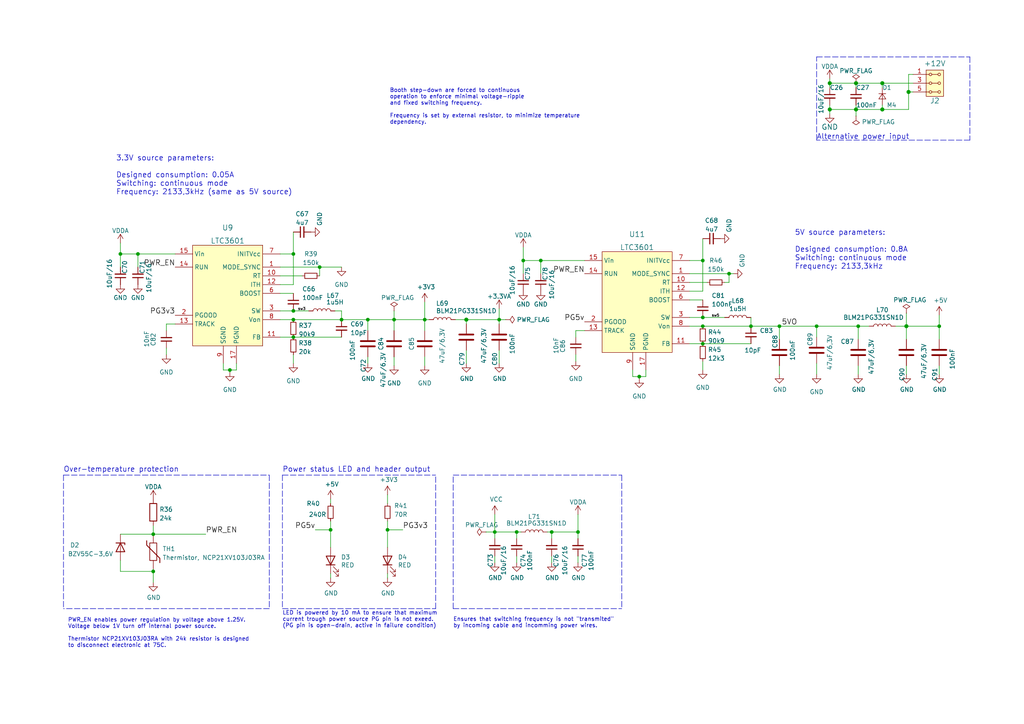
<source format=kicad_sch>
(kicad_sch (version 20211123) (generator eeschema)
  (paper "A4")
  (title_block (title "QFHMIX01E") (date "2022-07-31") (comment 2 "Frontend for QFH active antenna"))
  (lib_symbols
    (symbol "Device:C" (pin_numbers hide) (pin_names (offset 0.254))
      (property "Reference" "C" (at 0.635 2.54 0))
      (property "Value" "C" (at 0.635 -2.54 0))
      (symbol "C_0_1"
        (polyline (pts (xy -2.032 -0.762) (xy 2.032 -0.762)) (stroke (width 0.508)))
        (polyline (pts (xy -2.032 0.762) (xy 2.032 0.762)) (stroke (width 0.508)))
      )
      (symbol "C_1_1"
        (pin passive line (at 0 3.81 270) (length 2.794) (name "~") (number "1"))
        (pin passive line (at 0 -3.81 90) (length 2.794) (name "~") (number "2"))
      )
    )
    (symbol "Device:C_Small" (pin_numbers hide) (pin_names (offset 0.254) hide)
      (property "Reference" "C" (at 0.254 1.778 0))
      (property "Value" "C_Small" (at 0.254 -2.032 0))
      (symbol "C_Small_0_1"
        (polyline (pts (xy -1.524 -0.508) (xy 1.524 -0.508)) (stroke (width 0.3302)))
        (polyline (pts (xy -1.524 0.508) (xy 1.524 0.508)) (stroke (width 0.3048)))
      )
      (symbol "C_Small_1_1"
        (pin passive line (at 0 2.54 270) (length 2.032) (name "~") (number "1"))
        (pin passive line (at 0 -2.54 90) (length 2.032) (name "~") (number "2"))
      )
    )
    (symbol "Device:D_Zener" (pin_numbers hide) (pin_names (offset 1.016) hide)
      (property "Reference" "D" (at 0 2.54 0))
      (property "Value" "D_Zener" (at 0 -2.54 0))
      (symbol "D_Zener_0_1"
        (polyline (pts (xy 1.27 0) (xy -1.27 0)))
        (polyline (pts (xy -1.27 -1.27) (xy -1.27 1.27) (xy -0.762 1.27)) (stroke (width 0.254)))
        (polyline (pts (xy 1.27 -1.27) (xy 1.27 1.27) (xy -1.27 0) (xy 1.27 -1.27)) (stroke (width 0.254)))
      )
      (symbol "D_Zener_1_1"
        (pin passive line (at -3.81 0 0) (length 2.54) (name "K") (number "1"))
        (pin passive line (at 3.81 0 180) (length 2.54) (name "A") (number "2"))
      )
    )
    (symbol "Device:L" (pin_numbers hide) (pin_names hide)
      (property "Reference" "L" (at -1.27 0 90))
      (property "Value" "L" (at 1.905 0 90))
      (symbol "L_0_1"
        (arc (start 0 -2.54) (mid 0.635 -1.905) (end 0 -1.27))
        (arc (start 0 -1.27) (mid 0.635 -0.635) (end 0 0))
        (arc (start 0 0) (mid 0.635 0.635) (end 0 1.27))
        (arc (start 0 1.27) (mid 0.635 1.905) (end 0 2.54))
      )
      (symbol "L_1_1"
        (pin passive line (at 0 3.81 270) (length 1.27) (name "1") (number "1"))
        (pin passive line (at 0 -3.81 90) (length 1.27) (name "2") (number "2"))
      )
    )
    (symbol "Device:LED" (pin_numbers hide) (pin_names hide)
      (property "Reference" "D" (at 0 2.54 0))
      (property "Value" "LED" (at 0 -2.54 0))
      (symbol "LED_0_1"
        (polyline (pts (xy -1.27 -1.27) (xy -1.27 1.27)) (stroke (width 0.254)))
        (polyline (pts (xy -1.27 0) (xy 1.27 0)))
        (polyline (pts (xy 1.27 -1.27) (xy 1.27 1.27) (xy -1.27 0) (xy 1.27 -1.27)) (stroke (width 0.254)))
        (polyline (pts (xy -3.048 -0.762) (xy -4.572 -2.286) (xy -3.81 -2.286) (xy -4.572 -2.286) (xy -4.572 -1.524)))
        (polyline (pts (xy -1.778 -0.762) (xy -3.302 -2.286) (xy -2.54 -2.286) (xy -3.302 -2.286) (xy -3.302 -1.524)))
      )
      (symbol "LED_1_1"
        (pin passive line (at -3.81 0 0) (length 2.54) (name "K") (number "1"))
        (pin passive line (at 3.81 0 180) (length 2.54) (name "A") (number "2"))
      )
    )
    (symbol "Device:R" (pin_numbers hide) (pin_names (offset 0))
      (property "Reference" "R" (at 2.032 0 90))
      (property "Value" "R" (at 0 0 90))
      (symbol "R_0_1"
        (rectangle (start -1.016 -2.54) (end 1.016 2.54) (stroke (width 0.254)))
      )
      (symbol "R_1_1"
        (pin passive line (at 0 3.81 270) (length 1.27) (name "~") (number "1"))
        (pin passive line (at 0 -3.81 90) (length 1.27) (name "~") (number "2"))
      )
    )
    (symbol "Device:R_Small" (pin_numbers hide) (pin_names (offset 0.254) hide)
      (property "Reference" "R" (at 0.762 0.508 0))
      (property "Value" "R_Small" (at 0.762 -1.016 0))
      (symbol "R_Small_0_1"
        (rectangle (start -0.762 1.778) (end 0.762 -1.778) (stroke (width 0.2032)))
      )
      (symbol "R_Small_1_1"
        (pin passive line (at 0 2.54 270) (length 0.762) (name "~") (number "1"))
        (pin passive line (at 0 -2.54 90) (length 0.762) (name "~") (number "2"))
      )
    )
    (symbol "Device:Thermistor" (pin_numbers hide) (pin_names (offset 0))
      (property "Reference" "TH" (at 2.54 1.27 90))
      (property "Value" "Thermistor" (at -2.54 0 90))
      (symbol "Thermistor_0_1"
        (rectangle (start -1.016 2.54) (end 1.016 -2.54) (stroke (width 0.2032)))
        (polyline (pts (xy -1.905 3.175) (xy -1.905 1.905) (xy 1.905 -1.905) (xy 1.905 -3.175) (xy 1.905 -3.175)) (stroke (width 0.254)))
      )
      (symbol "Thermistor_1_1"
        (pin passive line (at 0 5.08 270) (length 2.54) (name "~") (number "1"))
        (pin passive line (at 0 -5.08 90) (length 2.54) (name "~") (number "2"))
      )
    )
    (symbol "MLAB_IO:LTC3601"
      (property "Reference" "U" (at -5.08 22.86 0))
      (property "Value" "LTC3601" (at 7.62 22.86 0))
      (symbol "LTC3601_0_0"
        (pin unspecified line (at -12.7 15.24 0) (length 5.08) (name "RUN") (number "14"))
        (pin unspecified line (at -12.7 19.05 0) (length 5.08) (name "Vin") (number "15"))
        (pin unspecified line (at -12.7 19.05 0) (length 5.08) hide (name "Vin") (number "16"))
        (pin unspecified line (at 5.08 -12.7 90) (length 5.08) (name "PGND") (number "17"))
      )
      (symbol "LTC3601_0_1"
        (rectangle (start -7.62 21.59) (end 12.7 -7.62) (fill (type background)))
      )
      (symbol "LTC3601_1_1"
        (pin unspecified line (at 17.78 15.24 180) (length 5.08) (name "MODE_SYNC") (number "1"))
        (pin unspecified line (at 17.78 12.7 180) (length 5.08) (name "RT") (number "10"))
        (pin unspecified line (at 17.78 -5.08 180) (length 5.08) (name "FB") (number "11"))
        (pin unspecified line (at 17.78 10.16 180) (length 5.08) (name "ITH") (number "12"))
        (pin unspecified line (at -12.7 -1.27 0) (length 5.08) (name "TRACK") (number "13"))
        (pin unspecified line (at -12.7 1.27 0) (length 5.08) (name "PGOOD") (number "2"))
        (pin unspecified line (at 17.78 2.54 180) (length 5.08) (name "SW") (number "3"))
        (pin unspecified line (at 17.78 2.54 180) (length 5.08) hide (name "SW") (number "4"))
        (pin unspecified line (at 17.78 7.62 180) (length 5.08) (name "BOOST") (number "6"))
        (pin unspecified line (at 17.78 19.05 180) (length 5.08) (name "INITVcc") (number "7"))
        (pin unspecified line (at 17.78 0 180) (length 5.08) (name "Von") (number "8"))
        (pin unspecified line (at 1.27 -12.7 90) (length 5.08) (name "SGND") (number "9"))
      )
    )
    (symbol "Power_symbols:VDDA" (power) (pin_names (offset 0))
      (property "Value" "VDDA" (at 0 3.81 0))
      (symbol "VDDA_0_1"
        (polyline (pts (xy -0.762 1.27) (xy 0 2.54)))
        (polyline (pts (xy 0 0) (xy 0 2.54)))
        (polyline (pts (xy 0 2.54) (xy 0.762 1.27)))
      )
      (symbol "VDDA_1_1"
        (pin power_in line (at 0 0 90) (length 0) hide (name "VDDA") (number "1"))
      )
    )
    (symbol "QFHMIX01C-rescue:+3V3-power-QFHMIX01B-rescue" (power) (pin_names (offset 0))
      (property "Value" "+3V3-power-QFHMIX01B-rescue" (at 0 3.556 0))
      (symbol "+3V3-power-QFHMIX01B-rescue_0_1"
        (polyline (pts (xy -0.762 1.27) (xy 0 2.54)))
        (polyline (pts (xy 0 0) (xy 0 2.54)))
        (polyline (pts (xy 0 2.54) (xy 0.762 1.27)))
      )
      (symbol "+3V3-power-QFHMIX01B-rescue_1_1"
        (pin power_in line (at 0 0 90) (length 0) hide (name "+3V3") (number "1"))
      )
    )
    (symbol "QFHMIX01C-rescue:C_Small-device-QFHMIX01B-rescue" (pin_numbers hide) (pin_names (offset 0.254) hide)
      (property "Reference" "C" (at 0.254 1.778 0))
      (property "Value" "C_Small-device-QFHMIX01B-rescue" (at 0.254 -2.032 0))
      (symbol "C_Small-device-QFHMIX01B-rescue_0_1"
        (polyline (pts (xy -1.524 -0.508) (xy 1.524 -0.508)) (stroke (width 0.3302)))
        (polyline (pts (xy -1.524 0.508) (xy 1.524 0.508)) (stroke (width 0.3048)))
      )
      (symbol "C_Small-device-QFHMIX01B-rescue_1_1"
        (pin passive line (at 0 2.54 270) (length 2.032) (name "~") (number "1"))
        (pin passive line (at 0 -2.54 90) (length 2.032) (name "~") (number "2"))
      )
    )
    (symbol "QFHMIX01C-rescue:D_Small-device-QFHMIX01B-rescue" (pin_numbers hide) (pin_names (offset 0.254) hide)
      (property "Reference" "D" (at -1.27 2.032 0))
      (property "Value" "D_Small-device-QFHMIX01B-rescue" (at -3.81 -2.032 0))
      (symbol "D_Small-device-QFHMIX01B-rescue_0_1"
        (polyline (pts (xy -0.762 -1.016) (xy -0.762 1.016)))
        (polyline (pts (xy -0.762 0) (xy 0.762 0)))
        (polyline (pts (xy 0.762 -1.016) (xy -0.762 0) (xy 0.762 1.016) (xy 0.762 -1.016)))
      )
      (symbol "D_Small-device-QFHMIX01B-rescue_1_1"
        (pin passive line (at -2.54 0 0) (length 1.778) (name "K") (number "1"))
        (pin passive line (at 2.54 0 180) (length 1.778) (name "A") (number "2"))
      )
    )
    (symbol "QFHMIX01C-rescue:GND-power-QFHMIX01B-rescue" (power) (pin_names (offset 0))
      (property "Value" "GND-power-QFHMIX01B-rescue" (at 0 -3.81 0))
      (symbol "GND-power-QFHMIX01B-rescue_0_1"
        (polyline (pts (xy 0 0) (xy 0 -1.27) (xy 1.27 -1.27) (xy 0 -2.54) (xy -1.27 -1.27) (xy 0 -1.27)))
      )
      (symbol "GND-power-QFHMIX01B-rescue_1_1"
        (pin power_in line (at 0 0 270) (length 0) hide (name "GND") (number "1"))
      )
    )
    (symbol "QFHMIX01C-rescue:HEADER_2x03_PARALLEL-MLAB_HEADER"
      (property "Reference" "J" (at 0 -5.08 0))
      (property "Value" "HEADER_2x03_PARALLEL-MLAB_HEADER" (at 0 5.08 0))
      (symbol "HEADER_2x03_PARALLEL-MLAB_HEADER_0_1"
        (rectangle (start -2.54 3.81) (end 2.54 -3.81) (fill (type background)))
        (circle (center -1.27 -2.54) (radius 0.381))
        (circle (center -1.27 0) (radius 0.381))
        (circle (center -1.27 2.54) (radius 0.381))
        (polyline (pts (xy -1.651 -2.54) (xy -2.54 -2.54)))
        (polyline (pts (xy -1.651 0) (xy -2.54 0)))
        (polyline (pts (xy -1.651 2.54) (xy -2.54 2.54)))
        (polyline (pts (xy -0.889 -2.54) (xy 0.889 -2.54)))
        (polyline (pts (xy -0.889 0) (xy 0.889 0)))
        (polyline (pts (xy -0.889 2.54) (xy 0.889 2.54)))
        (circle (center 1.27 -2.54) (radius 0.381))
        (circle (center 1.27 0) (radius 0.381))
        (circle (center 1.27 2.54) (radius 0.381))
      )
      (symbol "HEADER_2x03_PARALLEL-MLAB_HEADER_1_1"
        (pin input line (at -6.35 2.54 0) (length 3.81) (name "~") (number "1"))
        (pin input line (at -6.35 2.54 0) (length 3.81) hide (name "~") (number "2"))
        (pin input line (at -6.35 0 0) (length 3.81) (name "~") (number "3"))
        (pin input line (at -6.35 0 0) (length 3.81) hide (name "~") (number "4"))
        (pin input line (at -6.35 -2.54 0) (length 3.81) (name "~") (number "5"))
        (pin input line (at -6.35 -2.54 0) (length 3.81) hide (name "~") (number "6"))
      )
    )
    (symbol "power:+3.3VA" (power) (pin_names (offset 0))
      (property "Value" "+3.3VA" (at 0 3.556 0))
      (symbol "+3.3VA_0_1"
        (polyline (pts (xy -0.762 1.27) (xy 0 2.54)))
        (polyline (pts (xy 0 0) (xy 0 2.54)))
        (polyline (pts (xy 0 2.54) (xy 0.762 1.27)))
      )
      (symbol "+3.3VA_1_1"
        (pin power_in line (at 0 0 90) (length 0) hide (name "+3.3VA") (number "1"))
      )
    )
    (symbol "power:+5V" (power) (pin_names (offset 0))
      (property "Value" "+5V" (at 0 3.556 0))
      (symbol "+5V_0_1"
        (polyline (pts (xy -0.762 1.27) (xy 0 2.54)))
        (polyline (pts (xy 0 0) (xy 0 2.54)))
        (polyline (pts (xy 0 2.54) (xy 0.762 1.27)))
      )
      (symbol "+5V_1_1"
        (pin power_in line (at 0 0 90) (length 0) hide (name "+5V") (number "1"))
      )
    )
    (symbol "power:GND" (power) (pin_names (offset 0))
      (property "Value" "GND" (at 0 -3.81 0))
      (symbol "GND_0_1"
        (polyline (pts (xy 0 0) (xy 0 -1.27) (xy 1.27 -1.27) (xy 0 -2.54) (xy -1.27 -1.27) (xy 0 -1.27)))
      )
      (symbol "GND_1_1"
        (pin power_in line (at 0 0 270) (length 0) hide (name "GND") (number "1"))
      )
    )
    (symbol "power:PWR_FLAG" (power) (pin_numbers hide) (pin_names (offset 0) hide)
      (property "Value" "PWR_FLAG" (at 0 3.81 0))
      (symbol "PWR_FLAG_0_0"
        (pin power_out line (at 0 0 90) (length 0) (name "pwr") (number "1"))
      )
      (symbol "PWR_FLAG_0_1"
        (polyline (pts (xy 0 0) (xy 0 1.27) (xy -1.016 1.905) (xy 0 2.54) (xy 1.016 1.905) (xy 0 1.27)))
      )
    )
    (symbol "power:VCC" (power) (pin_names (offset 0))
      (property "Value" "VCC" (at 0 3.81 0))
      (symbol "VCC_0_1"
        (polyline (pts (xy -0.762 1.27) (xy 0 2.54)))
        (polyline (pts (xy 0 0) (xy 0 2.54)))
        (polyline (pts (xy 0 2.54) (xy 0.762 1.27)))
      )
      (symbol "VCC_1_1"
        (pin power_in line (at 0 0 90) (length 0) hide (name "VCC") (number "1"))
      )
    )
  )
  (junction (at 236.855 94.615))
  (junction (at 156.845 75.565))
  (junction (at 203.835 75.565))
  (junction (at 40.005 73.66))
  (junction (at 44.45 154.94))
  (junction (at 144.78 92.71))
  (junction (at 160.02 154.305))
  (junction (at 248.285 31.75) (diameter 1.016))
  (junction (at 272.415 94.615))
  (junction (at 217.805 94.615))
  (junction (at 203.835 99.695))
  (junction (at 149.86 154.305))
  (junction (at 34.925 73.66))
  (junction (at 203.835 92.075))
  (junction (at 203.835 94.615))
  (junction (at 106.68 92.71))
  (junction (at 92.71 77.47))
  (junction (at 263.525 26.67) (diameter 1.016))
  (junction (at 185.42 109.22))
  (junction (at 211.455 79.375))
  (junction (at 240.665 31.75) (diameter 1.016))
  (junction (at 85.09 92.71))
  (junction (at 85.09 90.17))
  (junction (at 255.905 24.13) (diameter 1.016))
  (junction (at 226.06 94.615))
  (junction (at 66.675 107.315))
  (junction (at 85.09 73.66))
  (junction (at 143.51 154.305))
  (junction (at 85.09 97.79))
  (junction (at 114.3 92.71))
  (junction (at 255.905 31.75) (diameter 1.016))
  (junction (at 248.92 94.615))
  (junction (at 112.395 153.67))
  (junction (at 167.64 154.305))
  (junction (at 135.255 92.71) (diameter 1.016))
  (junction (at 99.06 92.71))
  (junction (at 44.45 165.735))
  (junction (at 262.89 94.615) (diameter 1.016))
  (junction (at 123.19 92.71))
  (junction (at 240.665 24.13) (diameter 1.016))
  (junction (at 95.885 153.67))
  (junction (at 151.765 75.565))
  (junction (at 248.285 24.13) (diameter 1.016))
  (wire (pts (xy 217.805 94.615) (xy 226.06 94.615)))
  (wire (pts (xy 135.255 92.71) (xy 144.78 92.71)))
  (polyline (pts (xy 18.415 137.795) (xy 78.105 137.795)))
  (wire (pts (xy 44.45 152.4) (xy 44.45 154.94)))
  (wire (pts (xy 44.45 168.91) (xy 44.45 165.735)))
  (wire (pts (xy 85.09 67.31) (xy 85.09 73.66)))
  (wire (pts (xy 200.025 99.695) (xy 203.835 99.695)))
  (wire (pts (xy 48.26 100.965) (xy 48.26 102.87)))
  (wire (pts (xy 211.455 81.915) (xy 211.455 79.375)))
  (wire (pts (xy 187.325 109.22) (xy 187.325 107.315)))
  (polyline (pts (xy 81.915 176.53) (xy 126.365 176.53)))
  (wire (pts (xy 160.02 163.195) (xy 160.02 161.29)))
  (wire (pts (xy 167.005 97.79) (xy 167.005 95.885)))
  (wire (pts (xy 203.835 99.695) (xy 217.805 99.695)))
  (polyline (pts (xy 81.915 137.795) (xy 81.915 176.53)))
  (wire (pts (xy 240.665 31.75) (xy 240.665 33.02)))
  (wire (pts (xy 48.26 93.98) (xy 50.8 93.98)))
  (wire (pts (xy 95.885 153.67) (xy 95.885 158.75)))
  (wire (pts (xy 167.64 163.195) (xy 167.64 161.29)))
  (wire (pts (xy 211.455 79.375) (xy 212.725 79.375)))
  (wire (pts (xy 123.19 92.71) (xy 123.19 95.885)))
  (wire (pts (xy 106.68 95.885) (xy 106.68 92.71)))
  (wire (pts (xy 143.51 149.225) (xy 143.51 154.305)))
  (wire (pts (xy 44.45 154.94) (xy 59.69 154.94)))
  (wire (pts (xy 264.795 21.59) (xy 263.525 21.59)))
  (wire (pts (xy 259.715 94.615) (xy 262.89 94.615)))
  (wire (pts (xy 112.395 153.67) (xy 116.84 153.67)))
  (wire (pts (xy 272.415 106.045) (xy 272.415 108.585)))
  (wire (pts (xy 203.835 94.615) (xy 200.025 94.615)))
  (wire (pts (xy 169.545 75.565) (xy 156.845 75.565)))
  (wire (pts (xy 248.92 106.045) (xy 248.92 108.585)))
  (wire (pts (xy 112.395 153.67) (xy 112.395 158.75)))
  (wire (pts (xy 263.525 21.59) (xy 263.525 26.67)))
  (wire (pts (xy 112.395 166.37) (xy 112.395 167.64)))
  (wire (pts (xy 158.75 154.305) (xy 160.02 154.305)))
  (wire (pts (xy 248.285 25.4) (xy 248.285 24.13)))
  (polyline (pts (xy 236.855 40.64) (xy 236.855 16.51)) (stroke (width 0) (type dash)))
  (wire (pts (xy 85.09 92.71) (xy 81.28 92.71)))
  (wire (pts (xy 143.51 163.195) (xy 143.51 161.29)))
  (polyline (pts (xy 180.34 137.795) (xy 180.34 176.53)))
  (wire (pts (xy 40.005 73.66) (xy 50.8 73.66)))
  (wire (pts (xy 255.905 31.75) (xy 248.285 31.75)))
  (wire (pts (xy 123.19 103.505) (xy 123.19 106.045)))
  (wire (pts (xy 144.78 89.535) (xy 144.78 92.71)))
  (wire (pts (xy 200.025 92.075) (xy 203.835 92.075)))
  (wire (pts (xy 97.155 90.17) (xy 99.06 90.17)))
  (wire (pts (xy 167.005 102.87) (xy 167.005 104.775)))
  (wire (pts (xy 203.835 69.215) (xy 203.835 75.565)))
  (wire (pts (xy 81.28 85.09) (xy 85.09 85.09)))
  (polyline (pts (xy 18.415 137.795) (xy 18.415 176.53)))
  (polyline (pts (xy 236.855 16.51) (xy 281.305 16.51)) (stroke (width 0) (type dash)))
  (wire (pts (xy 263.525 26.67) (xy 263.525 31.75)))
  (wire (pts (xy 91.44 153.67) (xy 95.885 153.67)))
  (wire (pts (xy 183.515 107.315) (xy 183.515 109.22)))
  (polyline (pts (xy 126.365 176.53) (xy 126.365 137.795)))
  (wire (pts (xy 81.28 80.01) (xy 87.63 80.01)))
  (wire (pts (xy 167.64 156.21) (xy 167.64 154.305)))
  (wire (pts (xy 255.905 30.48) (xy 255.905 31.75)))
  (wire (pts (xy 248.92 94.615) (xy 252.095 94.615)))
  (wire (pts (xy 236.855 94.615) (xy 248.92 94.615)))
  (wire (pts (xy 95.885 144.78) (xy 95.885 146.05)))
  (wire (pts (xy 106.68 103.505) (xy 106.68 105.41)))
  (wire (pts (xy 167.005 95.885) (xy 169.545 95.885)))
  (wire (pts (xy 85.09 73.66) (xy 85.09 82.55)))
  (wire (pts (xy 34.925 73.66) (xy 40.005 73.66)))
  (wire (pts (xy 66.675 107.315) (xy 66.675 107.95)))
  (wire (pts (xy 210.185 81.915) (xy 211.455 81.915)))
  (wire (pts (xy 40.005 73.66) (xy 40.005 77.47)))
  (wire (pts (xy 68.58 107.315) (xy 68.58 105.41)))
  (wire (pts (xy 114.3 92.71) (xy 114.3 95.885)))
  (wire (pts (xy 149.86 163.195) (xy 149.86 161.29)))
  (wire (pts (xy 34.925 154.94) (xy 44.45 154.94)))
  (wire (pts (xy 114.3 103.505) (xy 114.3 106.045)))
  (polyline (pts (xy 281.305 16.51) (xy 281.305 40.64)) (stroke (width 0) (type dash)))
  (wire (pts (xy 123.19 92.71) (xy 124.46 92.71)))
  (wire (pts (xy 34.925 162.56) (xy 34.925 165.735)))
  (wire (pts (xy 99.06 90.17) (xy 99.06 92.71)))
  (wire (pts (xy 48.26 95.885) (xy 48.26 93.98)))
  (wire (pts (xy 248.285 24.13) (xy 240.665 24.13)))
  (wire (pts (xy 114.3 92.71) (xy 123.19 92.71)))
  (wire (pts (xy 248.92 94.615) (xy 248.92 98.425)))
  (wire (pts (xy 144.78 92.71) (xy 144.78 93.98)))
  (wire (pts (xy 66.675 107.315) (xy 68.58 107.315)))
  (wire (pts (xy 203.835 107.315) (xy 203.835 104.775)))
  (wire (pts (xy 85.09 105.41) (xy 85.09 102.87)))
  (wire (pts (xy 236.855 94.615) (xy 236.855 97.79)))
  (wire (pts (xy 262.89 94.615) (xy 262.89 98.425)))
  (wire (pts (xy 200.025 86.995) (xy 203.835 86.995)))
  (wire (pts (xy 160.02 154.305) (xy 167.64 154.305)))
  (wire (pts (xy 99.06 92.71) (xy 106.68 92.71)))
  (wire (pts (xy 135.255 92.71) (xy 135.255 93.98)))
  (polyline (pts (xy 81.915 137.795) (xy 126.365 137.795)))
  (wire (pts (xy 248.285 31.75) (xy 248.285 33.655)))
  (wire (pts (xy 99.06 92.71) (xy 85.09 92.71)))
  (wire (pts (xy 151.765 75.565) (xy 151.765 79.375)))
  (wire (pts (xy 144.78 101.6) (xy 144.78 105.41)))
  (wire (pts (xy 248.285 31.75) (xy 240.665 31.75)))
  (polyline (pts (xy 131.445 176.53) (xy 131.445 137.795)))
  (wire (pts (xy 264.795 26.67) (xy 263.525 26.67)))
  (wire (pts (xy 85.09 90.17) (xy 89.535 90.17)))
  (polyline (pts (xy 131.445 137.795) (xy 180.34 137.795)))
  (wire (pts (xy 240.665 22.86) (xy 240.665 24.13)))
  (wire (pts (xy 185.42 109.22) (xy 187.325 109.22)))
  (wire (pts (xy 248.285 30.48) (xy 248.285 31.75)))
  (wire (pts (xy 272.415 91.44) (xy 272.415 94.615)))
  (wire (pts (xy 264.795 24.13) (xy 255.905 24.13)))
  (polyline (pts (xy 131.445 176.53) (xy 180.34 176.53)))
  (wire (pts (xy 185.42 109.22) (xy 185.42 109.855)))
  (wire (pts (xy 112.395 143.51) (xy 112.395 146.05)))
  (wire (pts (xy 255.905 25.4) (xy 255.905 24.13)))
  (wire (pts (xy 236.855 105.41) (xy 236.855 108.585)))
  (wire (pts (xy 217.805 92.075) (xy 217.805 94.615)))
  (wire (pts (xy 203.835 84.455) (xy 200.025 84.455)))
  (wire (pts (xy 255.905 24.13) (xy 248.285 24.13)))
  (wire (pts (xy 156.845 75.565) (xy 156.845 79.375)))
  (wire (pts (xy 203.835 75.565) (xy 203.835 84.455)))
  (wire (pts (xy 200.025 75.565) (xy 203.835 75.565)))
  (wire (pts (xy 226.06 106.045) (xy 226.06 108.585)))
  (polyline (pts (xy 78.105 176.53) (xy 18.415 176.53)))
  (wire (pts (xy 183.515 109.22) (xy 185.42 109.22)))
  (wire (pts (xy 262.89 94.615) (xy 272.415 94.615)))
  (wire (pts (xy 34.925 70.485) (xy 34.925 73.66)))
  (wire (pts (xy 151.765 71.755) (xy 151.765 75.565)))
  (wire (pts (xy 95.885 166.37) (xy 95.885 167.64)))
  (wire (pts (xy 81.28 90.17) (xy 85.09 90.17)))
  (wire (pts (xy 114.3 90.17) (xy 114.3 92.71)))
  (wire (pts (xy 240.665 30.48) (xy 240.665 31.75)))
  (wire (pts (xy 92.71 77.47) (xy 99.06 77.47)))
  (wire (pts (xy 81.28 97.79) (xy 85.09 97.79)))
  (wire (pts (xy 167.64 149.225) (xy 167.64 154.305)))
  (wire (pts (xy 135.255 101.6) (xy 135.255 105.41)))
  (wire (pts (xy 140.97 154.305) (xy 143.51 154.305)))
  (wire (pts (xy 263.525 31.75) (xy 255.905 31.75)))
  (wire (pts (xy 151.765 75.565) (xy 156.845 75.565)))
  (wire (pts (xy 149.86 154.305) (xy 151.13 154.305)))
  (wire (pts (xy 106.68 92.71) (xy 114.3 92.71)))
  (wire (pts (xy 132.08 92.71) (xy 135.255 92.71)))
  (wire (pts (xy 34.925 73.66) (xy 34.925 77.47)))
  (wire (pts (xy 34.925 165.735) (xy 44.45 165.735)))
  (wire (pts (xy 95.885 151.13) (xy 95.885 153.67)))
  (wire (pts (xy 144.78 92.71) (xy 146.685 92.71)))
  (wire (pts (xy 149.86 156.21) (xy 149.86 154.305)))
  (wire (pts (xy 203.835 92.075) (xy 210.185 92.075)))
  (wire (pts (xy 112.395 151.13) (xy 112.395 153.67)))
  (wire (pts (xy 226.06 94.615) (xy 236.855 94.615)))
  (wire (pts (xy 262.89 90.805) (xy 262.89 94.615)))
  (wire (pts (xy 240.665 24.13) (xy 240.665 25.4)))
  (wire (pts (xy 64.77 105.41) (xy 64.77 107.315)))
  (wire (pts (xy 85.09 82.55) (xy 81.28 82.55)))
  (polyline (pts (xy 281.305 40.64) (xy 236.855 40.64)) (stroke (width 0) (type dash)))
  (wire (pts (xy 123.19 87.63) (xy 123.19 92.71)))
  (wire (pts (xy 200.025 81.915) (xy 205.105 81.915)))
  (wire (pts (xy 143.51 156.21) (xy 143.51 154.305)))
  (wire (pts (xy 160.02 156.21) (xy 160.02 154.305)))
  (wire (pts (xy 81.28 73.66) (xy 85.09 73.66)))
  (wire (pts (xy 217.805 94.615) (xy 203.835 94.615)))
  (wire (pts (xy 272.415 94.615) (xy 272.415 98.425)))
  (wire (pts (xy 44.45 165.735) (xy 44.45 165.1)))
  (wire (pts (xy 200.025 79.375) (xy 211.455 79.375)))
  (wire (pts (xy 92.71 77.47) (xy 92.71 80.01)))
  (polyline (pts (xy 78.105 137.795) (xy 78.105 176.53)))
  (wire (pts (xy 85.09 97.79) (xy 99.06 97.79)))
  (wire (pts (xy 143.51 154.305) (xy 149.86 154.305)))
  (wire (pts (xy 262.89 106.045) (xy 262.89 108.585)))
  (wire (pts (xy 64.77 107.315) (xy 66.675 107.315)))
  (wire (pts (xy 226.06 94.615) (xy 226.06 98.425)))
  (wire (pts (xy 81.28 77.47) (xy 92.71 77.47)))
  (text "PWR_EN enables power regulation by voltage above 1.25V.\nVoltage below 1V turn off internal power source. \n\nThermistor NCP21XV103J03RA with 24k resistor is designed\nto disconnect electronic at 75C." (at 19.685 187.96 0) (effects (font (size 1.143 1.143)) (justify left bottom)))
  (text "Alternative power input" (at 236.855 40.64 0) (effects (font (size 1.524 1.524)) (justify left bottom)))
  (text "Power status LED and header output" (at 81.915 137.16 0) (effects (font (size 1.524 1.524)) (justify left bottom)))
  (text "Booth step-down are forced to continuous\noperation to enforce minimal voltage-ripple\nand fixed switching frequency.\n\nFrequency is set by external resistor, to minimize temperature\ndependency." (at 113.03 36.195 0) (effects (font (size 1.143 1.143)) (justify left bottom)))
  (text "Ensures that switching frequency is not \"transmited\"\nby incoming cable and incomming power wires." (at 131.445 182.245 0) (effects (font (size 1.143 1.143)) (justify left bottom)))
  (text "Over-temperature protection" (at 18.415 137.16 0) (effects (font (size 1.524 1.524)) (justify left bottom)))
  (text "5V source parameters:\n\nDesigned consumption: 0.8A\nSwitching: continuous mode\nFrequency: 2133,3kHz\n\n\n" (at 230.505 83.185 0) (effects (font (size 1.524 1.524)) (justify left bottom)))
  (text "3.3V source parameters:\n\nDesigned consumption: 0.05A\nSwitching: continuous mode\nFrequency: 2133,3kHz (same as 5V source)\n\n\n" (at 33.655 61.595 0) (effects (font (size 1.524 1.524)) (justify left bottom)))
  (text "LED is powered by 10 mA to ensure that maximum\ncurrent trough power source PG pin is not exeed.\n(PG pin is open-drain, active in failure condition)" (at 81.915 182.245 0) (effects (font (size 1.143 1.143)) (justify left bottom)))
  (label "PWR_EN" (at 59.69 154.94 0) (effects (font (size 1.524 1.524))))
  (label "PWR_EN" (at 50.8 77.47 180) (effects (font (size 1.524 1.524))))
  (label "PG3v3" (at 116.84 153.67 0) (effects (font (size 1.524 1.524))))
  (label "PG5v" (at 169.545 93.345 180) (effects (font (size 1.524 1.524))))
  (label "PWR_EN" (at 169.545 79.375 180) (effects (font (size 1.524 1.524))))
  (label "sw3" (at 86.36 90.17 0) (effects (font (size 0.762 0.762))))
  (label "5VO" (at 226.695 94.615 0) (effects (font (size 1.524 1.524))))
  (label "PG5v" (at 91.44 153.67 180) (effects (font (size 1.524 1.524))))
  (label "PG3v3" (at 50.8 91.44 180) (effects (font (size 1.524 1.524))))
  (label "sw5" (at 206.375 92.075 0) (effects (font (size 0.762 0.762))))
  (symbol (lib_id "Device:L") (at 154.94 154.305 90) (unit 1)
    (property "Reference" "L71" (at 154.94 149.86 90))
    (property "Value" "BLM21PG331SN1D" (at 155.575 151.765 90))
    (property "Footprint" "Inductor_SMD:L_0805_2012Metric_Pad1.15x1.40mm_HandSolder" (effects hide))
    (property "Datasheet" "https://cz.mouser.com/datasheet/2/281/1/mure_s_a0010614486_1-2279380.pdf" (effects hide))
    (property "MFPN" "BLM21PG331SN1D" (effects hide))
    (property "UST_ID" "5c70984712875079b91f8b8a" (effects hide))
  )
  (symbol (lib_id "Device:L") (at 128.27 92.71 90) (unit 1)
    (property "Reference" "L69" (at 128.27 87.9918 90))
    (property "Value" "BLM21PG331SN1D" (at 135.255 90.17 90))
    (property "Footprint" "Inductor_SMD:L_0805_2012Metric_Pad1.15x1.40mm_HandSolder" (effects hide))
    (property "Datasheet" "https://cz.mouser.com/datasheet/2/281/1/mure_s_a0010614486_1-2279380.pdf" (effects hide))
    (property "MFPN" "BLM21PG331SN1D" (effects hide))
    (property "UST_ID" "5c70984712875079b91f8b8a" (effects hide))
  )
  (symbol (lib_id "QFHMIX01C-rescue:+3V3-power-QFHMIX01B-rescue") (at 112.395 143.51 0) (unit 1)
    (property "Reference" "#PWR0111" (effects hide))
    (property "Value" "+3V3" (at 112.776 139.1158 0))
  )
  (symbol (lib_id "Device:C_Small") (at 151.765 81.915 180) (unit 1)
    (property "Reference" "C75" (at 153.035 79.375 90))
    (property "Value" "10uF/16" (at 148.59 81.28 90))
    (property "Footprint" "Capacitor_SMD:C_0805_2012Metric" (effects hide))
    (property "UST_ID" "5c70984812875079b91f8bbe" (effects hide))
  )
  (symbol (lib_id "Device:L") (at 93.345 90.17 90) (unit 1)
    (property "Reference" "L67" (at 96.52 85.725 90))
    (property "Value" "1u5H" (at 97.155 87.63 90))
    (property "Footprint" "Mlab_L:PCC-M0530M-LP" (effects hide))
    (property "Datasheet" "https://cz.mouser.com/datasheet/2/315/AGL0000C63-1283966.pdf" (effects hide))
    (property "UST_ID" "60d3317e128750016518cab1" (effects hide))
    (property "MFPN" "ETQ-P3M1R5KVP" (effects hide))
  )
  (symbol (lib_id "power:GND") (at 143.51 163.195 0) (unit 1)
    (property "Reference" "#PWR076" (effects hide))
    (property "Value" "GND" (at 143.637 167.5892 0))
  )
  (symbol (lib_id "power:GND") (at 203.835 107.315 0) (unit 1)
    (property "Reference" "#PWR085" (effects hide))
    (property "Value" "GND" (at 203.835 112.395 0))
  )
  (symbol (lib_id "Device:D_Zener") (at 34.925 158.75 270) (unit 1)
    (property "Reference" "D2" (at 20.32 158.115 90) (effects (justify left)))
    (property "Value" "BZV55C-3,6V" (at 19.685 160.655 90) (effects (justify left)))
    (property "Footprint" "Diode_SMD:D_MiniMELF" (effects hide))
    (property "UST_ID" "5c70984512875079b91f88b1" (effects hide))
  )
  (symbol (lib_id "power:GND") (at 40.005 82.55 0) (unit 1)
    (property "Reference" "#PWR064" (effects hide))
    (property "Value" "GND" (at 40.005 86.36 0))
  )
  (symbol (lib_id "Device:R_Small") (at 207.645 81.915 90) (unit 1)
    (property "Reference" "R46" (at 207.645 75.565 90))
    (property "Value" "150k" (at 207.645 78.105 90))
    (property "Footprint" "Resistor_SMD:R_0603_1608Metric" (effects hide))
    (property "UST_ID" "62fa1be78c8e243169d1a194" (effects hide))
  )
  (symbol (lib_id "Device:C") (at 144.78 97.79 180) (unit 1)
    (property "Reference" "C80" (at 143.51 104.14 90))
    (property "Value" "100nF" (at 148.59 99.695 90))
    (property "Footprint" "Capacitor_SMD:C_0603_1608Metric" (effects hide))
    (property "UST_ID" "5c70984812875079b91f8bf2" (effects hide))
  )
  (symbol (lib_id "power:GND") (at 66.675 107.95 0) (unit 1)
    (property "Reference" "#PWR060" (effects hide))
    (property "Value" "GND" (at 66.675 113.03 0))
  )
  (symbol (lib_id "Device:R_Small") (at 203.835 97.155 0) (unit 1)
    (property "Reference" "R44" (at 205.3336 96.3203 0) (effects (justify left)))
    (property "Value" "90k9" (at 205.3336 98.8572 0) (effects (justify left)))
    (property "Footprint" "Resistor_SMD:R_0603_1608Metric" (effects hide))
    (property "UST_ID" "62fa1bba8c8e243169d1a17e" (effects hide))
  )
  (symbol (lib_id "Device:C") (at 248.92 102.235 180) (unit 1)
    (property "Reference" "C87" (at 245.745 99.06 0))
    (property "Value" "47uF/6,3V" (at 252.73 103.505 90))
    (property "Footprint" "Capacitor_SMD:C_0805_2012Metric" (effects hide))
    (property "UST_ID" "60d580ff1287500165f8595a" (effects hide))
  )
  (symbol (lib_id "Device:C") (at 114.3 99.695 180) (unit 1)
    (property "Reference" "C84" (at 110.49 99.695 90))
    (property "Value" "47uF/6,3V" (at 111.125 107.315 90))
    (property "Footprint" "Capacitor_SMD:C_0805_2012Metric" (effects hide))
    (property "UST_ID" "60d580ff1287500165f8595a" (effects hide))
  )
  (symbol (lib_id "Device:R_Small") (at 85.09 95.25 0) (unit 1)
    (property "Reference" "R37" (at 86.5886 94.4153 0) (effects (justify left)))
    (property "Value" "90k9" (at 86.5886 96.9522 0) (effects (justify left)))
    (property "Footprint" "Resistor_SMD:R_0603_1608Metric" (effects hide))
    (property "UST_ID" "62fa1bba8c8e243169d1a17e" (effects hide))
  )
  (symbol (lib_id "power:GND") (at 160.02 163.195 0) (unit 1)
    (property "Reference" "#PWR078" (effects hide))
    (property "Value" "GND" (at 160.147 167.5892 0))
  )
  (symbol (lib_id "power:GND") (at 156.845 84.455 0) (unit 1)
    (property "Reference" "#PWR067" (effects hide))
    (property "Value" "GND" (at 156.845 88.265 0))
  )
  (symbol (lib_id "Power_symbols:VDDA") (at 151.765 71.755 0) (unit 1)
    (property "Reference" "#PWR0106" (effects hide))
    (property "Value" "VDDA" (at 151.765 68.1792 0))
  )
  (symbol (lib_id "power:GND") (at 34.925 82.55 0) (unit 1)
    (property "Reference" "#PWR061" (effects hide))
    (property "Value" "GND" (at 34.925 86.36 0))
  )
  (symbol (lib_id "QFHMIX01C-rescue:HEADER_2x03_PARALLEL-MLAB_HEADER") (at 271.145 24.13 0) (unit 1)
    (property "Reference" "J2" (at 271.145 29.21 0) (effects (font (size 1.524 1.524))))
    (property "Value" "+12V" (at 271.145 18.415 0) (effects (font (size 1.524 1.524))))
    (property "Footprint" "Mlab_Pin_Headers:Straight_2x03" (effects hide))
  )
  (symbol (lib_id "Device:C") (at 123.19 99.695 180) (unit 1)
    (property "Reference" "C85" (at 119.38 99.695 90))
    (property "Value" "47uF/6,3V" (at 128.27 100.33 90))
    (property "Footprint" "Capacitor_SMD:C_0805_2012Metric" (effects hide))
    (property "UST_ID" "60d580ff1287500165f8595a" (effects hide))
  )
  (symbol (lib_id "power:GND") (at 272.415 108.585 0) (unit 1)
    (property "Reference" "#PWR084" (effects hide))
    (property "Value" "GND" (at 272.542 112.9792 0))
  )
  (symbol (lib_id "Device:C_Small") (at 85.09 87.63 0) (unit 1)
    (property "Reference" "C66" (at 87.63 83.82 0) (effects (justify left)))
    (property "Value" "100nF" (at 87.63 86.36 0) (effects (justify left)))
    (property "Footprint" "Capacitor_SMD:C_0603_1608Metric" (effects hide))
    (property "UST_ID" "5c70984812875079b91f8bf2" (effects hide))
  )
  (symbol (lib_id "power:GND") (at 167.64 163.195 0) (unit 1)
    (property "Reference" "#PWR079" (effects hide))
    (property "Value" "GND" (at 167.767 167.5892 0))
  )
  (symbol (lib_id "power:GND") (at 262.89 108.585 0) (unit 1)
    (property "Reference" "#PWR083" (effects hide))
    (property "Value" "GND" (at 263.017 112.9792 0))
  )
  (symbol (lib_id "Device:C_Small") (at 99.06 95.25 0) (unit 1)
    (property "Reference" "C69" (at 101.6 93.9862 0) (effects (justify left)))
    (property "Value" "10pF" (at 101.6 96.5262 0) (effects (justify left)))
    (property "Footprint" "Capacitor_SMD:C_0603_1608Metric" (effects hide))
    (property "UST_ID" "5c70984812875079b91f8be2" (effects hide))
  )
  (symbol (lib_id "MLAB_IO:LTC3601") (at 63.5 92.71 0) (unit 1)
    (property "Reference" "U9" (at 66.04 66.04 0) (effects (font (size 1.524 1.524))))
    (property "Value" "LTC3601" (at 66.04 69.85 0) (effects (font (size 1.524 1.524))))
    (property "Footprint" "Package_DFN_QFN:QFN-16-1EP_3x3mm_P0.5mm_EP1.7x1.7mm_ThermalVias" (effects hide))
    (property "Datasheet" "https://cz.mouser.com/datasheet/2/609/3601fc-1269813.pdf" (effects hide))
    (property "Datasheet" "https://cz.mouser.com/datasheet/2/609/3601fc-1269813.pdf" (effects hide))
    (property "Footprint" "Package_DFN_QFN:QFN-16-1EP_3x3mm_P0.5mm_EP1.7x1.7mm_ThermalVias" (effects hide))
    (property "Value" "LTC3601" (effects hide))
    (property "UST_ID" "62fa1d388c8e243169d1a1fb" (effects hide))
  )
  (symbol (lib_id "Device:C") (at 262.89 102.235 180) (unit 1)
    (property "Reference" "C90" (at 261.62 108.585 90))
    (property "Value" "47uF/6,3V" (at 267.97 104.775 90))
    (property "Footprint" "Capacitor_SMD:C_0805_2012Metric" (effects hide))
    (property "UST_ID" "60d580ff1287500165f8595a" (effects hide))
  )
  (symbol (lib_id "power:PWR_FLAG") (at 262.89 90.805 0) (unit 1)
    (property "Reference" "#FLG0103" (effects hide))
    (property "Value" "PWR_FLAG" (at 259.08 86.995 0) (effects (justify left)))
  )
  (symbol (lib_id "power:GND") (at 99.06 77.47 0) (unit 1)
    (property "Reference" "#PWR066" (effects hide))
    (property "Value" "GND" (at 99.06 82.55 0))
  )
  (symbol (lib_id "QFHMIX01C-rescue:C_Small-device-QFHMIX01B-rescue") (at 240.665 27.94 0) (unit 1)
    (property "Reference" "C26" (at 240.665 25.4 0) (effects (justify left)))
    (property "Value" "10uF/16" (at 238.125 33.02 90) (effects (justify left)))
    (property "Footprint" "Capacitor_SMD:C_0805_2012Metric" (effects hide))
    (property "UST_ID" "5c70984812875079b91f8bbe" (effects hide))
  )
  (symbol (lib_id "Power_symbols:VDDA") (at 240.665 22.86 0) (unit 1)
    (property "Reference" "#PWR0105" (effects hide))
    (property "Value" "VDDA" (at 240.665 19.2842 0))
  )
  (symbol (lib_id "power:GND") (at 151.765 84.455 0) (unit 1)
    (property "Reference" "#PWR065" (effects hide))
    (property "Value" "GND" (at 151.765 88.265 0))
  )
  (symbol (lib_id "Device:C_Small") (at 160.02 158.75 180) (unit 1)
    (property "Reference" "C76" (at 161.29 162.56 90))
    (property "Value" "10uF/16" (at 163.83 162.56 90))
    (property "Footprint" "Capacitor_SMD:C_0805_2012Metric" (effects hide))
    (property "UST_ID" "5c70984812875079b91f8bbe" (effects hide))
  )
  (symbol (lib_id "Device:L") (at 213.995 92.075 90) (unit 1)
    (property "Reference" "L68" (at 213.995 87.249 90))
    (property "Value" "1u5H" (at 213.995 89.5604 90))
    (property "Footprint" "Mlab_L:PCC-M0530M-LP" (effects hide))
    (property "Datasheet" "https://cz.mouser.com/datasheet/2/315/AGL0000C63-1283966.pdf" (effects hide))
    (property "UST_ID" "60d3317e128750016518cab1" (effects hide))
    (property "MFPN" "ETQ-P3M1R5KVP" (effects hide))
  )
  (symbol (lib_id "QFHMIX01C-rescue:C_Small-device-QFHMIX01B-rescue") (at 167.005 100.33 0) (mirror x) (unit 1)
    (property "Reference" "C86" (at 163.195 98.425 90) (effects (justify left)))
    (property "Value" "10nF" (at 161.29 97.79 90) (effects (justify left)))
    (property "Footprint" "Capacitor_SMD:C_0603_1608Metric" (effects hide))
    (property "UST_ID" "5c70984812875079b91f8bef" (effects hide))
  )
  (symbol (lib_id "Device:C") (at 226.06 102.235 180) (unit 1)
    (property "Reference" "C88" (at 224.79 99.06 90))
    (property "Value" "100nF" (at 229.87 101.6 90))
    (property "Footprint" "Capacitor_SMD:C_0603_1608Metric" (effects hide))
    (property "UST_ID" "5c70984812875079b91f8bf2" (effects hide))
  )
  (symbol (lib_id "Device:C_Small") (at 87.63 67.31 90) (unit 1)
    (property "Reference" "C67" (at 87.6363 62.0481 90))
    (property "Value" "4u7" (at 87.6363 64.585 90))
    (property "Footprint" "Capacitor_SMD:C_0603_1608Metric" (effects hide))
    (property "UST_ID" "5e3ff54b1287502a33bad705" (effects hide))
  )
  (symbol (lib_id "Device:Thermistor") (at 44.45 160.02 0) (unit 1)
    (property "Reference" "TH1" (at 47.117 159.1853 0) (effects (justify left)))
    (property "Value" "Thermistor, NCP21XV103J03RA" (at 47.117 161.7222 0) (effects (justify left)))
    (property "Footprint" "Resistor_SMD:R_0805_2012Metric" (effects hide))
    (property "Datasheet" "https://www.murata.com/~/media/webrenewal/support/library/catalog/products/thermistor/ntc/r44e.ashx?la=en-us" (effects hide))
    (property "UST_ID" "5c70984712875079b91f8ac5" (effects hide))
  )
  (symbol (lib_id "Device:C_Small") (at 143.51 158.75 180) (unit 1)
    (property "Reference" "C73" (at 142.24 162.56 90))
    (property "Value" "10uF/16" (at 146.05 162.56 90))
    (property "Footprint" "Capacitor_SMD:C_0805_2012Metric" (effects hide))
    (property "UST_ID" "5c70984812875079b91f8bbe" (effects hide))
  )
  (symbol (lib_id "Device:C") (at 272.415 102.235 180) (unit 1)
    (property "Reference" "C91" (at 271.145 108.585 90))
    (property "Value" "100nF" (at 276.225 104.14 90))
    (property "Footprint" "Capacitor_SMD:C_0603_1608Metric" (effects hide))
    (property "UST_ID" "5c70984812875079b91f8bf2" (effects hide))
  )
  (symbol (lib_id "power:GND") (at 95.885 167.64 0) (unit 1)
    (property "Reference" "#PWR069" (effects hide))
    (property "Value" "GND" (at 96.012 172.0342 0))
  )
  (symbol (lib_id "Device:C") (at 135.255 97.79 180) (unit 1)
    (property "Reference" "C79" (at 133.985 104.14 90))
    (property "Value" "47uF/6,3V" (at 140.335 100.33 90))
    (property "Footprint" "Capacitor_SMD:C_0805_2012Metric" (effects hide))
    (property "UST_ID" "60d580ff1287500165f8595a" (effects hide))
  )
  (symbol (lib_id "power:GND") (at 114.3 106.045 0) (unit 1)
    (property "Reference" "#PWR068" (effects hide))
    (property "Value" "GND" (at 114.3 111.125 0))
  )
  (symbol (lib_id "power:VCC") (at 143.51 149.225 0) (unit 1)
    (property "Reference" "#PWR075" (effects hide))
    (property "Value" "VCC" (at 143.9418 144.8308 0))
  )
  (symbol (lib_id "Device:L") (at 255.905 94.615 90) (unit 1)
    (property "Reference" "L70" (at 255.905 89.8968 90))
    (property "Value" "BLM21PG331SN1D" (at 253.365 92.075 90))
    (property "Footprint" "Inductor_SMD:L_0805_2012Metric_Pad1.15x1.40mm_HandSolder" (effects hide))
    (property "Datasheet" "https://cz.mouser.com/datasheet/2/281/1/mure_s_a0010614486_1-2279380.pdf" (effects hide))
    (property "MFPN" "BLM21PG331SN1D" (effects hide))
    (property "UST_ID" "5c70984712875079b91f8b8a" (effects hide))
  )
  (symbol (lib_id "Device:C") (at 236.855 101.6 180) (unit 1)
    (property "Reference" "C89" (at 234.95 98.425 90))
    (property "Value" "47uF/6,3V" (at 240.665 102.235 90))
    (property "Footprint" "Capacitor_SMD:C_0805_2012Metric" (effects hide))
    (property "UST_ID" "60d580ff1287500165f8595a" (effects hide))
  )
  (symbol (lib_id "power:+5V") (at 272.415 91.44 0) (unit 1)
    (property "Reference" "#PWR095" (effects hide))
    (property "Value" "+5V" (at 272.7833 87.1156 0))
  )
  (symbol (lib_id "Device:R_Small") (at 85.09 100.33 0) (unit 1)
    (property "Reference" "R38" (at 86.5886 99.4953 0) (effects (justify left)))
    (property "Value" "20k" (at 86.5886 102.0322 0) (effects (justify left)))
    (property "Footprint" "Resistor_SMD:R_0603_1608Metric" (effects hide))
    (property "UST_ID" "62fa1bd18c8e243169d1a189" (effects hide))
  )
  (symbol (lib_id "power:GND") (at 48.26 102.87 0) (unit 1)
    (property "Reference" "#PWR073" (effects hide))
    (property "Value" "GND" (at 48.26 107.95 0))
  )
  (symbol (lib_id "Device:C_Small") (at 203.835 89.535 0) (unit 1)
    (property "Reference" "C81" (at 206.375 85.725 0) (effects (justify left)))
    (property "Value" "100nF" (at 206.375 88.265 0) (effects (justify left)))
    (property "Footprint" "Capacitor_SMD:C_0603_1608Metric" (effects hide))
    (property "UST_ID" "5c70984812875079b91f8bf2" (effects hide))
  )
  (symbol (lib_id "power:PWR_FLAG") (at 146.685 92.71 270) (unit 1)
    (property "Reference" "#FLG0106" (effects hide))
    (property "Value" "PWR_FLAG" (at 149.86 92.71 90) (effects (justify left)))
  )
  (symbol (lib_id "power:GND") (at 90.17 67.31 90) (unit 1)
    (property "Reference" "#PWR063" (effects hide))
    (property "Value" "GND" (at 92.71 63.5 0))
  )
  (symbol (lib_id "Device:C_Small") (at 206.375 69.215 90) (unit 1)
    (property "Reference" "C68" (at 206.3813 63.9531 90))
    (property "Value" "4u7" (at 206.3813 66.49 90))
    (property "Footprint" "Capacitor_SMD:C_0603_1608Metric" (effects hide))
    (property "UST_ID" "5e3ff54b1287502a33bad705" (effects hide))
  )
  (symbol (lib_id "Power_symbols:VDDA") (at 167.64 149.225 0) (unit 1)
    (property "Reference" "#PWR0108" (effects hide))
    (property "Value" "VDDA" (at 167.64 145.6492 0))
  )
  (symbol (lib_id "power:GND") (at 248.92 108.585 0) (unit 1)
    (property "Reference" "#PWR091" (effects hide))
    (property "Value" "GND" (at 249.047 112.9792 0))
  )
  (symbol (lib_id "power:GND") (at 85.09 105.41 0) (unit 1)
    (property "Reference" "#PWR062" (effects hide))
    (property "Value" "GND" (at 85.09 110.49 0))
  )
  (symbol (lib_id "power:GND") (at 226.06 108.585 0) (unit 1)
    (property "Reference" "#PWR094" (effects hide))
    (property "Value" "GND" (at 226.187 112.9792 0))
  )
  (symbol (lib_id "power:GND") (at 167.005 104.775 0) (unit 1)
    (property "Reference" "#PWR074" (effects hide))
    (property "Value" "GND" (at 167.005 109.855 0))
  )
  (symbol (lib_id "power:GND") (at 135.255 105.41 0) (unit 1)
    (property "Reference" "#PWR080" (effects hide))
    (property "Value" "GND" (at 135.382 109.8042 0))
  )
  (symbol (lib_id "Device:C_Small") (at 40.005 80.01 180) (unit 1)
    (property "Reference" "C71" (at 41.275 77.47 90))
    (property "Value" "10uF/16" (at 43.18 80.645 90))
    (property "Footprint" "Capacitor_SMD:C_0805_2012Metric" (effects hide))
    (property "UST_ID" "5c70984812875079b91f8bbe" (effects hide))
  )
  (symbol (lib_id "Device:R_Small") (at 90.17 80.01 90) (unit 1)
    (property "Reference" "R39" (at 90.17 73.66 90))
    (property "Value" "150k" (at 90.17 76.2 90))
    (property "Footprint" "Resistor_SMD:R_0603_1608Metric" (effects hide))
    (property "UST_ID" "62fa1be78c8e243169d1a194" (effects hide))
  )
  (symbol (lib_id "QFHMIX01C-rescue:C_Small-device-QFHMIX01B-rescue") (at 248.285 27.94 0) (unit 1)
    (property "Reference" "C27" (at 248.285 25.4 0) (effects (justify left)))
    (property "Value" "100nF" (at 248.285 30.48 0) (effects (justify left)))
    (property "Footprint" "Capacitor_SMD:C_0603_1608Metric" (effects hide))
    (property "UST_ID" "5c70984812875079b91f8bf2" (effects hide))
  )
  (symbol (lib_id "Device:R_Small") (at 203.835 102.235 0) (unit 1)
    (property "Reference" "R45" (at 205.3336 101.4003 0) (effects (justify left)))
    (property "Value" "12k3" (at 205.3336 103.9372 0) (effects (justify left)))
    (property "Footprint" "Resistor_SMD:R_0603_1608Metric" (effects hide))
    (property "UST_ID" "62fa1c638c8e243169d1a1ba" (effects hide))
  )
  (symbol (lib_id "QFHMIX01C-rescue:C_Small-device-QFHMIX01B-rescue") (at 48.26 98.425 0) (mirror x) (unit 1)
    (property "Reference" "C82" (at 44.45 96.52 90) (effects (justify left)))
    (property "Value" "10nF" (at 42.545 95.885 90) (effects (justify left)))
    (property "Footprint" "Capacitor_SMD:C_0603_1608Metric" (effects hide))
    (property "UST_ID" "5c70984812875079b91f8bef" (effects hide))
  )
  (symbol (lib_id "power:PWR_FLAG") (at 114.3 90.17 0) (unit 1)
    (property "Reference" "#FLG0104" (effects hide))
    (property "Value" "PWR_FLAG" (at 110.49 86.36 0) (effects (justify left)))
  )
  (symbol (lib_id "power:GND") (at 144.78 105.41 0) (unit 1)
    (property "Reference" "#PWR081" (effects hide))
    (property "Value" "GND" (at 144.907 109.8042 0))
  )
  (symbol (lib_id "Device:R_Small") (at 95.885 148.59 0) (unit 1)
    (property "Reference" "R40" (at 88.9 146.05 0) (effects (justify left)))
    (property "Value" "240R" (at 89.535 149.225 0) (effects (justify left)))
    (property "Footprint" "Resistor_SMD:R_0603_1608Metric" (effects hide))
    (property "UST_ID" "60d337a4128750016518cb3a" (effects hide))
  )
  (symbol (lib_id "Device:LED") (at 112.395 162.56 90) (unit 1)
    (property "Reference" "D4" (at 115.3922 161.5948 90) (effects (justify right)))
    (property "Value" "RED" (at 115.3922 163.9062 90) (effects (justify right)))
    (property "Footprint" "Mlab_D:LED_1206" (effects hide))
    (property "UST_ID" "5c70984412875079b91f8896" (effects hide))
  )
  (symbol (lib_id "QFHMIX01C-rescue:GND-power-QFHMIX01B-rescue") (at 240.665 33.02 0) (unit 1)
    (property "Reference" "#PWR0104" (effects hide))
    (property "Value" "GND" (at 240.665 36.83 0) (effects (font (size 1.524 1.524))))
  )
  (symbol (lib_id "power:PWR_FLAG") (at 248.285 24.13 0) (unit 1)
    (property "Reference" "#FLG0102" (effects hide))
    (property "Value" "PWR_FLAG" (at 248.285 20.5542 0))
  )
  (symbol (lib_id "QFHMIX01C-rescue:+3V3-power-QFHMIX01B-rescue") (at 123.19 87.63 0) (unit 1)
    (property "Reference" "#PWR070" (effects hide))
    (property "Value" "+3V3" (at 123.571 83.2358 0))
  )
  (symbol (lib_id "Device:C_Small") (at 156.845 81.915 180) (unit 1)
    (property "Reference" "C78" (at 158.115 79.375 90))
    (property "Value" "10uF/16" (at 160.02 82.55 90))
    (property "Footprint" "Capacitor_SMD:C_0805_2012Metric" (effects hide))
    (property "UST_ID" "5c70984812875079b91f8bbe" (effects hide))
  )
  (symbol (lib_id "power:GND") (at 208.915 69.215 90) (unit 1)
    (property "Reference" "#PWR086" (effects hide))
    (property "Value" "GND" (at 211.455 65.405 0))
  )
  (symbol (lib_id "MLAB_IO:LTC3601") (at 182.245 94.615 0) (unit 1)
    (property "Reference" "U11" (at 184.785 67.945 0) (effects (font (size 1.524 1.524))))
    (property "Value" "LTC3601" (at 184.785 71.755 0) (effects (font (size 1.524 1.524))))
    (property "Footprint" "Package_DFN_QFN:QFN-16-1EP_3x3mm_P0.5mm_EP1.7x1.7mm_ThermalVias" (effects hide))
    (property "Datasheet" "https://cz.mouser.com/datasheet/2/609/3601fc-1269813.pdf" (effects hide))
    (property "UST_ID" "62fa1d388c8e243169d1a1fb" (effects hide))
  )
  (symbol (lib_id "power:+5V") (at 95.885 144.78 0) (unit 1)
    (property "Reference" "#PWR0110" (effects hide))
    (property "Value" "+5V" (at 96.2533 140.4556 0))
  )
  (symbol (lib_id "power:GND") (at 106.68 105.41 0) (unit 1)
    (property "Reference" "#PWR071" (effects hide))
    (property "Value" "GND" (at 106.807 109.8042 0))
  )
  (symbol (lib_id "power:GND") (at 212.725 79.375 90) (unit 1)
    (property "Reference" "#PWR087" (effects hide))
    (property "Value" "GND" (at 215.265 75.565 0))
  )
  (symbol (lib_id "power:GND") (at 123.19 106.045 0) (unit 1)
    (property "Reference" "#PWR082" (effects hide))
    (property "Value" "GND" (at 123.19 111.125 0))
  )
  (symbol (lib_id "Device:C_Small") (at 34.925 80.01 180) (unit 1)
    (property "Reference" "C70" (at 36.195 77.47 90))
    (property "Value" "10uF/16" (at 31.75 79.375 90))
    (property "Footprint" "Capacitor_SMD:C_0805_2012Metric" (effects hide))
    (property "UST_ID" "5c70984812875079b91f8bbe" (effects hide))
  )
  (symbol (lib_id "Device:C") (at 106.68 99.695 180) (unit 1)
    (property "Reference" "C72" (at 105.41 106.045 90))
    (property "Value" "100nF" (at 102.235 101.6 90))
    (property "Footprint" "Capacitor_SMD:C_0603_1608Metric" (effects hide))
    (property "UST_ID" "5c70984812875079b91f8bf2" (effects hide))
  )
  (symbol (lib_id "power:PWR_FLAG") (at 248.285 33.655 180) (unit 1)
    (property "Reference" "#FLG0105" (effects hide))
    (property "Value" "PWR_FLAG" (at 249.936 35.3588 0) (effects (justify right)))
  )
  (symbol (lib_id "power:+3.3VA") (at 144.78 89.535 0) (unit 1)
    (property "Reference" "#PWR0103" (effects hide))
    (property "Value" "+3.3VA" (at 144.78 85.9592 0))
  )
  (symbol (lib_id "Device:LED") (at 95.885 162.56 90) (unit 1)
    (property "Reference" "D3" (at 98.8822 161.5948 90) (effects (justify right)))
    (property "Value" "RED" (at 98.8822 163.9062 90) (effects (justify right)))
    (property "Footprint" "Mlab_D:LED_1206" (effects hide))
    (property "UST_ID" "5c70984412875079b91f8896" (effects hide))
  )
  (symbol (lib_id "Device:C_Small") (at 217.805 97.155 0) (unit 1)
    (property "Reference" "C83" (at 220.345 95.8912 0) (effects (justify left)))
    (property "Value" "10pF" (at 215.9 101.6 0) (effects (justify left)))
    (property "Footprint" "Capacitor_SMD:C_0603_1608Metric" (effects hide))
    (property "UST_ID" "5c70984812875079b91f8be2" (effects hide))
  )
  (symbol (lib_id "Device:R") (at 44.45 148.59 0) (unit 1)
    (property "Reference" "R36" (at 46.228 147.7553 0) (effects (justify left)))
    (property "Value" "24k" (at 46.228 150.2922 0) (effects (justify left)))
    (property "Footprint" "Resistor_SMD:R_0603_1608Metric" (effects hide))
    (property "UST_ID" "5c70984512875079b91f8965" (effects hide))
  )
  (symbol (lib_id "power:GND") (at 236.855 108.585 0) (unit 1)
    (property "Reference" "#PWR089" (effects hide))
    (property "Value" "GND" (at 236.855 113.665 0))
  )
  (symbol (lib_id "Power_symbols:VDDA") (at 34.925 70.485 0) (unit 1)
    (property "Reference" "#PWR0107" (effects hide))
    (property "Value" "VDDA" (at 34.925 66.9092 0))
  )
  (symbol (lib_id "power:GND") (at 112.395 167.64 0) (unit 1)
    (property "Reference" "#PWR072" (effects hide))
    (property "Value" "GND" (at 112.522 172.0342 0))
  )
  (symbol (lib_id "Power_symbols:VDDA") (at 44.45 144.78 0) (unit 1)
    (property "Reference" "#PWR0109" (effects hide))
    (property "Value" "VDDA" (at 44.45 141.2042 0))
  )
  (symbol (lib_id "power:PWR_FLAG") (at 140.97 154.305 90) (unit 1)
    (property "Reference" "#FLG0101" (effects hide))
    (property "Value" "PWR_FLAG" (at 139.7 152.2532 90))
  )
  (symbol (lib_id "power:GND") (at 44.45 168.91 0) (unit 1)
    (property "Reference" "#PWR059" (effects hide))
    (property "Value" "GND" (at 44.577 173.3042 0))
  )
  (symbol (lib_id "QFHMIX01C-rescue:D_Small-device-QFHMIX01B-rescue") (at 255.905 27.94 90) (mirror x) (unit 1)
    (property "Reference" "D1" (at 255.905 25.4 90) (effects (justify right)))
    (property "Value" "M4" (at 257.175 30.48 90) (effects (justify right)))
    (property "Footprint" "Diode_SMD:D_SMA" (effects hide))
    (property "UST_ID" "5c70984512875079b91f88ac" (effects hide))
  )
  (symbol (lib_id "Device:C_Small") (at 167.64 158.75 180) (unit 1)
    (property "Reference" "C77" (at 169.545 162.56 90))
    (property "Value" "100nF" (at 171.45 162.56 90))
    (property "Footprint" "Capacitor_SMD:C_0603_1608Metric" (effects hide))
    (property "UST_ID" "5c70984812875079b91f8bf2" (effects hide))
  )
  (symbol (lib_id "Device:R_Small") (at 112.395 148.59 0) (unit 1)
    (property "Reference" "R41" (at 114.3 146.685 0) (effects (justify left)))
    (property "Value" "70R" (at 114.3 149.225 0) (effects (justify left)))
    (property "Footprint" "Resistor_SMD:R_0603_1608Metric" (effects hide))
    (property "UST_ID" "62fa1c3b8c8e243169d1a1a4" (effects hide))
  )
  (symbol (lib_id "power:GND") (at 149.86 163.195 0) (unit 1)
    (property "Reference" "#PWR077" (effects hide))
    (property "Value" "GND" (at 149.987 167.5892 0))
  )
  (symbol (lib_id "power:GND") (at 185.42 109.855 0) (unit 1)
    (property "Reference" "#PWR088" (effects hide))
    (property "Value" "GND" (at 185.42 114.935 0))
  )
  (symbol (lib_id "Device:C_Small") (at 149.86 158.75 180) (unit 1)
    (property "Reference" "C74" (at 151.765 162.56 90))
    (property "Value" "100nF" (at 153.67 162.56 90))
    (property "Footprint" "Capacitor_SMD:C_0603_1608Metric" (effects hide))
    (property "UST_ID" "5c70984812875079b91f8bf2" (effects hide))
  )
)
</source>
